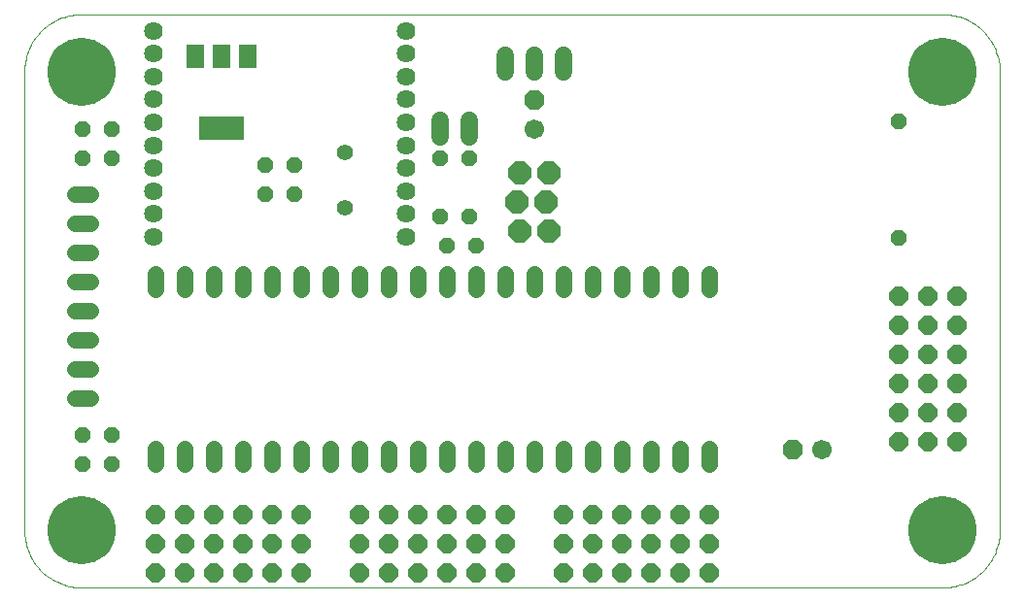
<source format=gbs>
G75*
%MOIN*%
%OFA0B0*%
%FSLAX24Y24*%
%IPPOS*%
%LPD*%
%AMOC8*
5,1,8,0,0,1.08239X$1,22.5*
%
%ADD10C,0.0000*%
%ADD11C,0.0560*%
%ADD12R,0.0630X0.0830*%
%ADD13R,0.1540X0.0830*%
%ADD14OC8,0.0560*%
%ADD15C,0.0560*%
%ADD16OC8,0.0640*%
%ADD17OC8,0.0780*%
%ADD18C,0.0600*%
%ADD19OC8,0.0670*%
%ADD20C,0.0670*%
%ADD21C,0.2340*%
%ADD22C,0.0640*%
D10*
X002899Y001930D02*
X032426Y001930D01*
X032512Y001932D01*
X032598Y001937D01*
X032683Y001947D01*
X032768Y001960D01*
X032852Y001977D01*
X032936Y001997D01*
X033018Y002021D01*
X033099Y002049D01*
X033180Y002080D01*
X033258Y002114D01*
X033335Y002152D01*
X033411Y002194D01*
X033484Y002238D01*
X033555Y002286D01*
X033625Y002337D01*
X033692Y002391D01*
X033756Y002447D01*
X033818Y002507D01*
X033878Y002569D01*
X033934Y002633D01*
X033988Y002700D01*
X034039Y002770D01*
X034087Y002841D01*
X034131Y002914D01*
X034173Y002990D01*
X034211Y003067D01*
X034245Y003145D01*
X034276Y003226D01*
X034304Y003307D01*
X034328Y003389D01*
X034348Y003473D01*
X034365Y003557D01*
X034378Y003642D01*
X034388Y003727D01*
X034393Y003813D01*
X034395Y003899D01*
X034395Y019647D01*
X034393Y019733D01*
X034388Y019819D01*
X034378Y019904D01*
X034365Y019989D01*
X034348Y020073D01*
X034328Y020157D01*
X034304Y020239D01*
X034276Y020320D01*
X034245Y020401D01*
X034211Y020479D01*
X034173Y020556D01*
X034131Y020632D01*
X034087Y020705D01*
X034039Y020776D01*
X033988Y020846D01*
X033934Y020913D01*
X033878Y020977D01*
X033818Y021039D01*
X033756Y021099D01*
X033692Y021155D01*
X033625Y021209D01*
X033555Y021260D01*
X033484Y021308D01*
X033411Y021352D01*
X033335Y021394D01*
X033258Y021432D01*
X033180Y021466D01*
X033099Y021497D01*
X033018Y021525D01*
X032936Y021549D01*
X032852Y021569D01*
X032768Y021586D01*
X032683Y021599D01*
X032598Y021609D01*
X032512Y021614D01*
X032426Y021616D01*
X032426Y021615D02*
X002899Y021615D01*
X002899Y021616D02*
X002811Y021614D01*
X002723Y021608D01*
X002635Y021598D01*
X002547Y021584D01*
X002461Y021567D01*
X002375Y021545D01*
X002291Y021520D01*
X002207Y021490D01*
X002125Y021458D01*
X002045Y021421D01*
X001966Y021381D01*
X001889Y021337D01*
X001814Y021290D01*
X001742Y021240D01*
X001671Y021186D01*
X001604Y021130D01*
X001538Y021070D01*
X001476Y021008D01*
X001416Y020942D01*
X001360Y020875D01*
X001306Y020804D01*
X001256Y020732D01*
X001209Y020657D01*
X001165Y020580D01*
X001125Y020501D01*
X001088Y020421D01*
X001056Y020339D01*
X001026Y020255D01*
X001001Y020171D01*
X000979Y020085D01*
X000962Y019999D01*
X000948Y019911D01*
X000938Y019823D01*
X000932Y019735D01*
X000930Y019647D01*
X000930Y003899D01*
X000932Y003811D01*
X000938Y003723D01*
X000948Y003635D01*
X000962Y003547D01*
X000979Y003461D01*
X001001Y003375D01*
X001026Y003291D01*
X001056Y003207D01*
X001088Y003125D01*
X001125Y003045D01*
X001165Y002966D01*
X001209Y002889D01*
X001256Y002814D01*
X001306Y002742D01*
X001360Y002671D01*
X001416Y002604D01*
X001476Y002538D01*
X001538Y002476D01*
X001604Y002416D01*
X001671Y002360D01*
X001742Y002306D01*
X001814Y002256D01*
X001889Y002209D01*
X001966Y002165D01*
X002045Y002125D01*
X002125Y002088D01*
X002207Y002056D01*
X002291Y002026D01*
X002375Y002001D01*
X002461Y001979D01*
X002547Y001962D01*
X002635Y001948D01*
X002723Y001938D01*
X002811Y001932D01*
X002899Y001930D01*
D11*
X005430Y006170D02*
X005430Y006690D01*
X006430Y006690D02*
X006430Y006170D01*
X007430Y006170D02*
X007430Y006690D01*
X008430Y006690D02*
X008430Y006170D01*
X009430Y006170D02*
X009430Y006690D01*
X010430Y006690D02*
X010430Y006170D01*
X011430Y006170D02*
X011430Y006690D01*
X012430Y006690D02*
X012430Y006170D01*
X013430Y006170D02*
X013430Y006690D01*
X014430Y006690D02*
X014430Y006170D01*
X015430Y006170D02*
X015430Y006690D01*
X016430Y006690D02*
X016430Y006170D01*
X017430Y006170D02*
X017430Y006690D01*
X018430Y006690D02*
X018430Y006170D01*
X019430Y006170D02*
X019430Y006690D01*
X020430Y006690D02*
X020430Y006170D01*
X021430Y006170D02*
X021430Y006690D01*
X022430Y006690D02*
X022430Y006170D01*
X023430Y006170D02*
X023430Y006690D01*
X024430Y006690D02*
X024430Y006170D01*
X024430Y012170D02*
X024430Y012690D01*
X023430Y012690D02*
X023430Y012170D01*
X022430Y012170D02*
X022430Y012690D01*
X021430Y012690D02*
X021430Y012170D01*
X020430Y012170D02*
X020430Y012690D01*
X019430Y012690D02*
X019430Y012170D01*
X018430Y012170D02*
X018430Y012690D01*
X017430Y012690D02*
X017430Y012170D01*
X016430Y012170D02*
X016430Y012690D01*
X015430Y012690D02*
X015430Y012170D01*
X014430Y012170D02*
X014430Y012690D01*
X013430Y012690D02*
X013430Y012170D01*
X012430Y012170D02*
X012430Y012690D01*
X011430Y012690D02*
X011430Y012170D01*
X010430Y012170D02*
X010430Y012690D01*
X009430Y012690D02*
X009430Y012170D01*
X008430Y012170D02*
X008430Y012690D01*
X007430Y012690D02*
X007430Y012170D01*
X006430Y012170D02*
X006430Y012690D01*
X005430Y012690D02*
X005430Y012170D01*
X003190Y012430D02*
X002670Y012430D01*
X002670Y011430D02*
X003190Y011430D01*
X003190Y010430D02*
X002670Y010430D01*
X002670Y009430D02*
X003190Y009430D01*
X003190Y008430D02*
X002670Y008430D01*
X002670Y013430D02*
X003190Y013430D01*
X003190Y014430D02*
X002670Y014430D01*
X002670Y015430D02*
X003190Y015430D01*
D12*
X006790Y020170D03*
X007690Y020170D03*
X008590Y020170D03*
D13*
X007680Y017690D03*
D14*
X009180Y016430D03*
X010180Y016430D03*
X010180Y015430D03*
X009180Y015430D03*
X003930Y016680D03*
X002930Y016680D03*
X002930Y017680D03*
X003930Y017680D03*
X015180Y016680D03*
X016180Y016680D03*
X016180Y014680D03*
X015180Y014680D03*
X015430Y013680D03*
X016430Y013680D03*
X003930Y007180D03*
X002930Y007180D03*
X002930Y006180D03*
X003930Y006180D03*
X030930Y013930D03*
X030930Y017930D03*
D15*
X011930Y016880D03*
X011930Y014980D03*
D16*
X012430Y004430D03*
X013430Y004430D03*
X014430Y004430D03*
X015430Y004430D03*
X016430Y004430D03*
X017430Y004430D03*
X017430Y003430D03*
X016430Y003430D03*
X015430Y003430D03*
X014430Y003430D03*
X013430Y003430D03*
X012430Y003430D03*
X012430Y002430D03*
X013430Y002430D03*
X014430Y002430D03*
X015430Y002430D03*
X016430Y002430D03*
X017430Y002430D03*
X019430Y002430D03*
X020430Y002430D03*
X021430Y002430D03*
X022430Y002430D03*
X023430Y002430D03*
X024430Y002430D03*
X024430Y003430D03*
X023430Y003430D03*
X022430Y003430D03*
X021430Y003430D03*
X020430Y003430D03*
X019430Y003430D03*
X019430Y004430D03*
X020430Y004430D03*
X021430Y004430D03*
X022430Y004430D03*
X023430Y004430D03*
X024430Y004430D03*
X030930Y006930D03*
X031930Y006930D03*
X032930Y006930D03*
X032930Y007930D03*
X031930Y007930D03*
X030930Y007930D03*
X030930Y008930D03*
X031930Y008930D03*
X032930Y008930D03*
X032930Y009930D03*
X031930Y009930D03*
X030930Y009930D03*
X030930Y010930D03*
X031930Y010930D03*
X032930Y010930D03*
X032930Y011930D03*
X031930Y011930D03*
X030930Y011930D03*
X010430Y004430D03*
X009430Y004430D03*
X008430Y004430D03*
X007430Y004430D03*
X006430Y004430D03*
X005430Y004430D03*
X005430Y003430D03*
X006430Y003430D03*
X007430Y003430D03*
X008430Y003430D03*
X009430Y003430D03*
X010430Y003430D03*
X010430Y002430D03*
X009430Y002430D03*
X008430Y002430D03*
X007430Y002430D03*
X006430Y002430D03*
X005430Y002430D03*
D17*
X017930Y014180D03*
X018930Y014180D03*
X018830Y015180D03*
X017830Y015180D03*
X017930Y016180D03*
X018930Y016180D03*
D18*
X016180Y017400D02*
X016180Y017960D01*
X015180Y017960D02*
X015180Y017400D01*
X017430Y019650D02*
X017430Y020210D01*
X018430Y020210D02*
X018430Y019650D01*
X019430Y019650D02*
X019430Y020210D01*
D19*
X018430Y018680D03*
X027305Y006680D03*
D20*
X028305Y006680D03*
X018430Y017680D03*
D21*
X032426Y019647D03*
X032426Y003899D03*
X002899Y003899D03*
X002899Y019647D03*
D22*
X005349Y019479D03*
X005349Y018692D03*
X005349Y017904D03*
X005349Y017117D03*
X005349Y016330D03*
X005349Y015542D03*
X005349Y014755D03*
X005349Y013967D03*
X014011Y013967D03*
X014011Y014755D03*
X014011Y015542D03*
X014011Y016330D03*
X014011Y017117D03*
X014011Y017904D03*
X014011Y018692D03*
X014011Y019479D03*
X014011Y020267D03*
X014011Y021054D03*
X005349Y021054D03*
X005349Y020267D03*
M02*

</source>
